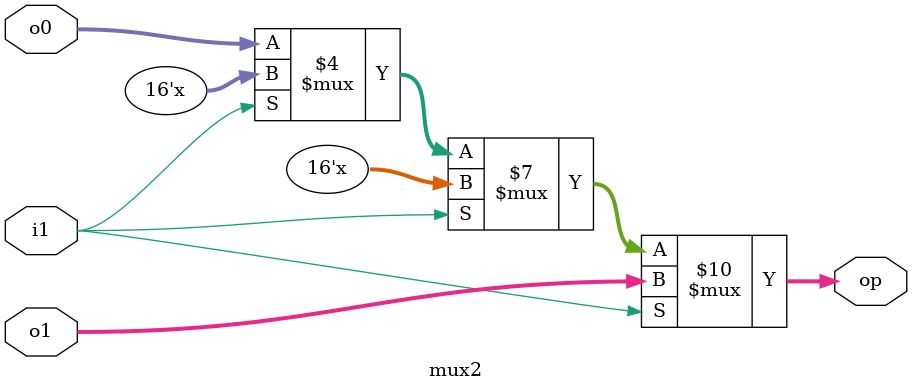
<source format=v>
module mux2(i1,o0,o1,op);
input [15:0] o0,o1;
input i1;
output reg[15:0] op;
always@(*)
begin
if(i1)
begin
op=o1;
end
else if(~i1)
begin
op=o0;
end
end
endmodule
</source>
